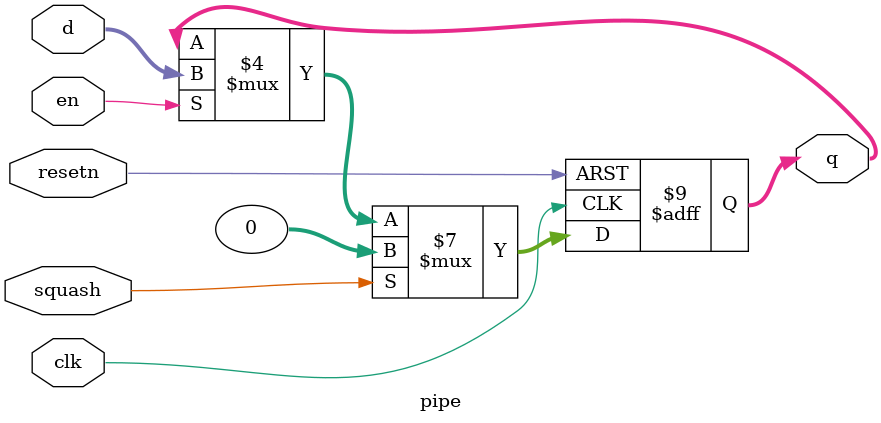
<source format=v>
module pipe(
    d,
    clk,
    resetn,
    en,
    squash,
    q
    );
parameter WIDTH=32;
parameter DEPTH=1;
parameter RESETVALUE={WIDTH{1'b0}};
input [WIDTH-1:0]  d;
input              clk;
input              resetn;
input  [DEPTH-1:0] en;
input  [DEPTH-1:0] squash;
output [WIDTH*DEPTH-1:0] q;
reg [WIDTH*DEPTH-1:0] q;
integer i;
  always@(posedge clk or negedge resetn)
  begin
    if ( !resetn )
      q[ WIDTH-1:0 ]<=RESETVALUE;
    else if ( squash[0] )
      q[ WIDTH-1:0 ]<=RESETVALUE;
    else if (en[0])
      q[ WIDTH-1:0 ]<=d;
    for (i=1; i<DEPTH; i=i+1)
      if (!resetn)
        q[i*WIDTH +: WIDTH ]<=RESETVALUE;
      else if ( squash[i] )
        q[i*WIDTH +: WIDTH ]<=RESETVALUE;
      else if (en[i])
        q[i*WIDTH +: WIDTH ]<=q[(i-1)*WIDTH +: WIDTH ];
  end
endmodule
</source>
